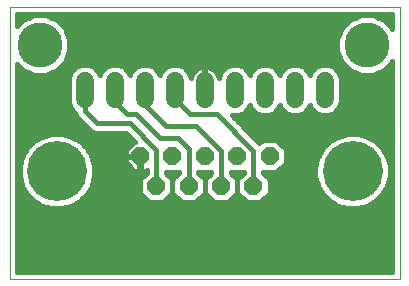
<source format=gbl>
G75*
%MOIN*%
%OFA0B0*%
%FSLAX24Y24*%
%IPPOS*%
%LPD*%
%AMOC8*
5,1,8,0,0,1.08239X$1,22.5*
%
%ADD10C,0.0000*%
%ADD11OC8,0.0600*%
%ADD12C,0.2000*%
%ADD13C,0.0600*%
%ADD14C,0.0160*%
%ADD15C,0.1502*%
%ADD16C,0.0413*%
D10*
X000480Y003580D02*
X000480Y012650D01*
X013472Y012650D01*
X013472Y003580D01*
X000480Y003580D01*
D11*
X004820Y007680D03*
X005900Y007680D03*
X006980Y007680D03*
X008060Y007680D03*
X009140Y007680D03*
X008600Y006680D03*
X007520Y006680D03*
X006440Y006680D03*
X005360Y006680D03*
D12*
X002050Y007180D03*
X011910Y007180D03*
D13*
X010980Y009580D02*
X010980Y010180D01*
X009980Y010180D02*
X009980Y009580D01*
X008980Y009580D02*
X008980Y010180D01*
X007980Y010180D02*
X007980Y009580D01*
X006980Y009580D02*
X006980Y010180D01*
X005980Y010180D02*
X005980Y009580D01*
X004980Y009580D02*
X004980Y010180D01*
X003980Y010180D02*
X003980Y009580D01*
X002980Y009580D02*
X002980Y010180D01*
D14*
X002980Y009880D02*
X002980Y009180D01*
X003380Y008780D01*
X004480Y008780D01*
X005360Y007900D01*
X005360Y006680D01*
X004983Y007067D02*
X003290Y007067D01*
X003290Y007017D02*
X003205Y006701D01*
X003042Y006419D01*
X002811Y006188D01*
X002529Y006025D01*
X002213Y005940D01*
X001887Y005940D01*
X001571Y006025D01*
X001289Y006188D01*
X001058Y006419D01*
X000895Y006701D01*
X000810Y007017D01*
X000810Y007343D01*
X000895Y007659D01*
X001058Y007941D01*
X001289Y008172D01*
X001571Y008335D01*
X000720Y008335D01*
X000720Y008177D02*
X001296Y008177D01*
X001134Y008018D02*
X000720Y008018D01*
X000720Y007860D02*
X001010Y007860D01*
X000919Y007701D02*
X000720Y007701D01*
X000720Y007543D02*
X000863Y007543D01*
X000821Y007384D02*
X000720Y007384D01*
X000720Y007226D02*
X000810Y007226D01*
X000810Y007067D02*
X000720Y007067D01*
X000720Y006909D02*
X000839Y006909D01*
X000881Y006750D02*
X000720Y006750D01*
X000720Y006592D02*
X000958Y006592D01*
X001049Y006433D02*
X000720Y006433D01*
X000720Y006275D02*
X001202Y006275D01*
X001413Y006116D02*
X000720Y006116D01*
X000720Y005958D02*
X001821Y005958D01*
X002279Y005958D02*
X011681Y005958D01*
X011747Y005940D02*
X012073Y005940D01*
X012389Y006025D01*
X012671Y006188D01*
X012902Y006419D01*
X013065Y006701D01*
X013150Y007017D01*
X013150Y007343D01*
X013065Y007659D01*
X012902Y007941D01*
X012671Y008172D01*
X012389Y008335D01*
X013232Y008335D01*
X013232Y008177D02*
X012664Y008177D01*
X012826Y008018D02*
X013232Y008018D01*
X013232Y007860D02*
X012950Y007860D01*
X013041Y007701D02*
X013232Y007701D01*
X013232Y007543D02*
X013097Y007543D01*
X013139Y007384D02*
X013232Y007384D01*
X013232Y007226D02*
X013150Y007226D01*
X013150Y007067D02*
X013232Y007067D01*
X013232Y006909D02*
X013121Y006909D01*
X013079Y006750D02*
X013232Y006750D01*
X013232Y006592D02*
X013002Y006592D01*
X012911Y006433D02*
X013232Y006433D01*
X013232Y006275D02*
X012758Y006275D01*
X012547Y006116D02*
X013232Y006116D01*
X013232Y005958D02*
X012139Y005958D01*
X011747Y005940D02*
X011431Y006025D01*
X011149Y006188D01*
X010918Y006419D01*
X010755Y006701D01*
X010670Y007017D01*
X010670Y007343D01*
X010755Y007659D01*
X010918Y007941D01*
X011149Y008172D01*
X011431Y008335D01*
X008578Y008335D01*
X008736Y008177D02*
X008873Y008177D01*
X008916Y008220D02*
X008804Y008108D01*
X007873Y009040D01*
X008087Y009040D01*
X008286Y009122D01*
X008438Y009274D01*
X008480Y009376D01*
X008522Y009274D01*
X008674Y009122D01*
X008873Y009040D01*
X009087Y009040D01*
X009286Y009122D01*
X009438Y009274D01*
X009480Y009376D01*
X009522Y009274D01*
X009674Y009122D01*
X009873Y009040D01*
X010087Y009040D01*
X010286Y009122D01*
X010438Y009274D01*
X010480Y009376D01*
X010522Y009274D01*
X010674Y009122D01*
X010873Y009040D01*
X011087Y009040D01*
X011286Y009122D01*
X011438Y009274D01*
X011520Y009473D01*
X011520Y010287D01*
X011438Y010486D01*
X011286Y010638D01*
X011087Y010720D01*
X010873Y010720D01*
X010674Y010638D01*
X010522Y010486D01*
X010480Y010384D01*
X010438Y010486D01*
X010286Y010638D01*
X010087Y010720D01*
X009873Y010720D01*
X009674Y010638D01*
X009522Y010486D01*
X009480Y010384D01*
X009438Y010486D01*
X009286Y010638D01*
X009087Y010720D01*
X008873Y010720D01*
X008674Y010638D01*
X008522Y010486D01*
X008480Y010384D01*
X008438Y010486D01*
X008286Y010638D01*
X008087Y010720D01*
X007873Y010720D01*
X007674Y010638D01*
X007522Y010486D01*
X007445Y010301D01*
X007425Y010364D01*
X007391Y010432D01*
X007346Y010493D01*
X007293Y010546D01*
X007232Y010591D01*
X007164Y010625D01*
X007092Y010648D01*
X007018Y010660D01*
X007000Y010660D01*
X007000Y009900D01*
X006960Y009900D01*
X006960Y010660D01*
X006942Y010660D01*
X006868Y010648D01*
X006796Y010625D01*
X006728Y010591D01*
X006667Y010546D01*
X006614Y010493D01*
X006569Y010432D01*
X006535Y010364D01*
X006515Y010301D01*
X006438Y010486D01*
X006286Y010638D01*
X006087Y010720D01*
X005873Y010720D01*
X005674Y010638D01*
X005522Y010486D01*
X005480Y010384D01*
X005438Y010486D01*
X005286Y010638D01*
X005087Y010720D01*
X004873Y010720D01*
X004674Y010638D01*
X004522Y010486D01*
X004480Y010384D01*
X004438Y010486D01*
X004286Y010638D01*
X004087Y010720D01*
X003873Y010720D01*
X003674Y010638D01*
X003522Y010486D01*
X003480Y010384D01*
X003438Y010486D01*
X003286Y010638D01*
X003087Y010720D01*
X002873Y010720D01*
X002674Y010638D01*
X002522Y010486D01*
X002440Y010287D01*
X002440Y009473D01*
X002522Y009274D01*
X002660Y009136D01*
X002660Y009116D01*
X002709Y008999D01*
X002799Y008909D01*
X003199Y008509D01*
X003316Y008460D01*
X004347Y008460D01*
X004647Y008160D01*
X004621Y008160D01*
X004340Y007879D01*
X004340Y007700D01*
X004800Y007700D01*
X004800Y007660D01*
X004840Y007660D01*
X004840Y007200D01*
X005019Y007200D01*
X005040Y007221D01*
X005040Y007124D01*
X004820Y006904D01*
X004820Y006456D01*
X005136Y006140D01*
X005584Y006140D01*
X005900Y006456D01*
X006216Y006140D01*
X006664Y006140D01*
X006980Y006456D01*
X007296Y006140D01*
X007744Y006140D01*
X008060Y006456D01*
X008376Y006140D01*
X008824Y006140D01*
X009140Y006456D01*
X009140Y006904D01*
X008920Y007124D01*
X008920Y007140D01*
X009364Y007140D01*
X009680Y007456D01*
X009680Y007904D01*
X009364Y008220D01*
X008916Y008220D01*
X008600Y007860D02*
X007380Y009080D01*
X006480Y009080D01*
X005980Y009580D01*
X005980Y009880D01*
X005485Y010396D02*
X005475Y010396D01*
X005370Y010554D02*
X005590Y010554D01*
X005855Y010713D02*
X005105Y010713D01*
X004855Y010713D02*
X004105Y010713D01*
X004370Y010554D02*
X004590Y010554D01*
X004485Y010396D02*
X004475Y010396D01*
X003855Y010713D02*
X003105Y010713D01*
X002855Y010713D02*
X002214Y010713D01*
X002320Y010819D02*
X002471Y011183D01*
X002471Y011577D01*
X002320Y011941D01*
X002041Y012220D01*
X001677Y012371D01*
X001283Y012371D01*
X000919Y012220D01*
X000720Y012022D01*
X000720Y012410D01*
X013232Y012410D01*
X013232Y011913D01*
X013220Y011941D01*
X012941Y012220D01*
X012577Y012371D01*
X012183Y012371D01*
X011819Y012220D01*
X011540Y011941D01*
X011389Y011577D01*
X011389Y011183D01*
X011540Y010819D01*
X011819Y010540D01*
X012183Y010389D01*
X012577Y010389D01*
X012941Y010540D01*
X013220Y010819D01*
X013232Y010847D01*
X013232Y003820D01*
X000720Y003820D01*
X000720Y010738D01*
X000919Y010540D01*
X001283Y010389D01*
X001677Y010389D01*
X002041Y010540D01*
X002320Y010819D01*
X002342Y010871D02*
X011518Y010871D01*
X011452Y011030D02*
X002408Y011030D01*
X002471Y011188D02*
X011389Y011188D01*
X011389Y011347D02*
X002471Y011347D01*
X002471Y011505D02*
X011389Y011505D01*
X011425Y011664D02*
X002435Y011664D01*
X002370Y011822D02*
X011490Y011822D01*
X011579Y011981D02*
X002281Y011981D01*
X002123Y012139D02*
X011737Y012139D01*
X012005Y012298D02*
X001855Y012298D01*
X001105Y012298D02*
X000720Y012298D01*
X000720Y012139D02*
X000837Y012139D01*
X000746Y010713D02*
X000720Y010713D01*
X000720Y010554D02*
X000904Y010554D01*
X000720Y010396D02*
X001267Y010396D01*
X001693Y010396D02*
X002485Y010396D01*
X002440Y010237D02*
X000720Y010237D01*
X000720Y010079D02*
X002440Y010079D01*
X002440Y009920D02*
X000720Y009920D01*
X000720Y009762D02*
X002440Y009762D01*
X002440Y009603D02*
X000720Y009603D01*
X000720Y009445D02*
X002452Y009445D01*
X002517Y009286D02*
X000720Y009286D01*
X000720Y009128D02*
X002660Y009128D01*
X002738Y008969D02*
X000720Y008969D01*
X000720Y008811D02*
X002897Y008811D01*
X003055Y008652D02*
X000720Y008652D01*
X000720Y008494D02*
X003235Y008494D01*
X002811Y008172D02*
X002529Y008335D01*
X004472Y008335D01*
X004631Y008177D02*
X002804Y008177D01*
X002811Y008172D02*
X003042Y007941D01*
X003205Y007659D01*
X003290Y007343D01*
X003290Y007017D01*
X003261Y006909D02*
X004825Y006909D01*
X004820Y006750D02*
X003219Y006750D01*
X003142Y006592D02*
X004820Y006592D01*
X004843Y006433D02*
X003051Y006433D01*
X002898Y006275D02*
X005002Y006275D01*
X005718Y006275D02*
X006082Y006275D01*
X005923Y006433D02*
X005877Y006433D01*
X005900Y006456D02*
X005900Y006904D01*
X005900Y006456D01*
X005900Y006592D02*
X005900Y006592D01*
X005900Y006750D02*
X005900Y006750D01*
X005900Y006904D02*
X006120Y007124D01*
X006120Y007140D01*
X005680Y007140D01*
X005680Y007124D01*
X005900Y006904D01*
X005895Y006909D02*
X005905Y006909D01*
X006063Y007067D02*
X005737Y007067D01*
X006440Y006680D02*
X006440Y007920D01*
X006080Y008280D01*
X005480Y008280D01*
X004680Y009080D01*
X004380Y009080D01*
X003980Y009480D01*
X003980Y009880D01*
X003485Y010396D02*
X003475Y010396D01*
X003370Y010554D02*
X003590Y010554D01*
X002590Y010554D02*
X002056Y010554D01*
X002213Y008420D02*
X001887Y008420D01*
X001571Y008335D01*
X002213Y008420D02*
X002529Y008335D01*
X002966Y008018D02*
X004479Y008018D01*
X004340Y007860D02*
X003090Y007860D01*
X003181Y007701D02*
X004340Y007701D01*
X004340Y007660D02*
X004340Y007481D01*
X004621Y007200D01*
X004800Y007200D01*
X004800Y007660D01*
X004340Y007660D01*
X004340Y007543D02*
X003237Y007543D01*
X003279Y007384D02*
X004437Y007384D01*
X004596Y007226D02*
X003290Y007226D01*
X002687Y006116D02*
X011273Y006116D01*
X011062Y006275D02*
X008958Y006275D01*
X009117Y006433D02*
X010909Y006433D01*
X010818Y006592D02*
X009140Y006592D01*
X009140Y006750D02*
X010741Y006750D01*
X010699Y006909D02*
X009135Y006909D01*
X008977Y007067D02*
X010670Y007067D01*
X010670Y007226D02*
X009449Y007226D01*
X009608Y007384D02*
X010681Y007384D01*
X010723Y007543D02*
X009680Y007543D01*
X009680Y007701D02*
X010779Y007701D01*
X010870Y007860D02*
X009680Y007860D01*
X009566Y008018D02*
X010994Y008018D01*
X011156Y008177D02*
X009407Y008177D01*
X008600Y007860D02*
X008600Y006680D01*
X008223Y007067D02*
X007897Y007067D01*
X007840Y007124D02*
X007840Y007140D01*
X008280Y007140D01*
X008280Y007124D01*
X008060Y006904D01*
X008060Y006456D01*
X008060Y006904D01*
X007840Y007124D01*
X008055Y006909D02*
X008065Y006909D01*
X008060Y006750D02*
X008060Y006750D01*
X008060Y006592D02*
X008060Y006592D01*
X008037Y006433D02*
X008083Y006433D01*
X008242Y006275D02*
X007878Y006275D01*
X007520Y006680D02*
X007520Y007840D01*
X006680Y008680D01*
X005680Y008680D01*
X004980Y009380D01*
X004980Y009880D01*
X006105Y010713D02*
X007855Y010713D01*
X008105Y010713D02*
X008855Y010713D01*
X009105Y010713D02*
X009855Y010713D01*
X010105Y010713D02*
X010855Y010713D01*
X011105Y010713D02*
X011646Y010713D01*
X011804Y010554D02*
X011370Y010554D01*
X011475Y010396D02*
X012167Y010396D01*
X012593Y010396D02*
X013232Y010396D01*
X013232Y010237D02*
X011520Y010237D01*
X011520Y010079D02*
X013232Y010079D01*
X013232Y009920D02*
X011520Y009920D01*
X011520Y009762D02*
X013232Y009762D01*
X013232Y009603D02*
X011520Y009603D01*
X011508Y009445D02*
X013232Y009445D01*
X013232Y009286D02*
X011443Y009286D01*
X011291Y009128D02*
X013232Y009128D01*
X013232Y008969D02*
X007944Y008969D01*
X007873Y009040D02*
X007873Y009040D01*
X008102Y008811D02*
X013232Y008811D01*
X013232Y008652D02*
X008261Y008652D01*
X008419Y008494D02*
X013232Y008494D01*
X012389Y008335D02*
X012073Y008420D01*
X011747Y008420D01*
X011431Y008335D01*
X010669Y009128D02*
X010291Y009128D01*
X010443Y009286D02*
X010517Y009286D01*
X009669Y009128D02*
X009291Y009128D01*
X009443Y009286D02*
X009517Y009286D01*
X008669Y009128D02*
X008291Y009128D01*
X008443Y009286D02*
X008517Y009286D01*
X008475Y010396D02*
X008485Y010396D01*
X008590Y010554D02*
X008370Y010554D01*
X007590Y010554D02*
X007282Y010554D01*
X007409Y010396D02*
X007485Y010396D01*
X007000Y010396D02*
X006960Y010396D01*
X006960Y010237D02*
X007000Y010237D01*
X007000Y010079D02*
X006960Y010079D01*
X006960Y009920D02*
X007000Y009920D01*
X006551Y010396D02*
X006475Y010396D01*
X006370Y010554D02*
X006678Y010554D01*
X006960Y010554D02*
X007000Y010554D01*
X009370Y010554D02*
X009590Y010554D01*
X009485Y010396D02*
X009475Y010396D01*
X010370Y010554D02*
X010590Y010554D01*
X010485Y010396D02*
X010475Y010396D01*
X012755Y012298D02*
X013232Y012298D01*
X013232Y012139D02*
X013023Y012139D01*
X013181Y011981D02*
X013232Y011981D01*
X013232Y010713D02*
X013114Y010713D01*
X013232Y010554D02*
X012956Y010554D01*
X013232Y005799D02*
X000720Y005799D01*
X000720Y005641D02*
X013232Y005641D01*
X013232Y005482D02*
X000720Y005482D01*
X000720Y005324D02*
X013232Y005324D01*
X013232Y005165D02*
X000720Y005165D01*
X000720Y005007D02*
X013232Y005007D01*
X013232Y004848D02*
X000720Y004848D01*
X000720Y004690D02*
X013232Y004690D01*
X013232Y004531D02*
X000720Y004531D01*
X000720Y004373D02*
X013232Y004373D01*
X013232Y004214D02*
X000720Y004214D01*
X000720Y004056D02*
X013232Y004056D01*
X013232Y003897D02*
X000720Y003897D01*
X004800Y007226D02*
X004840Y007226D01*
X004840Y007384D02*
X004800Y007384D01*
X004800Y007543D02*
X004840Y007543D01*
X006760Y007140D02*
X007200Y007140D01*
X007200Y007124D01*
X006980Y006904D01*
X006980Y006456D01*
X006980Y006904D01*
X006760Y007124D01*
X006760Y007140D01*
X006817Y007067D02*
X007143Y007067D01*
X006985Y006909D02*
X006975Y006909D01*
X006980Y006750D02*
X006980Y006750D01*
X006980Y006592D02*
X006980Y006592D01*
X006957Y006433D02*
X007003Y006433D01*
X007162Y006275D02*
X006798Y006275D01*
D15*
X001480Y011380D03*
X012380Y011380D03*
D16*
X009980Y005380D03*
X003980Y005380D03*
M02*

</source>
